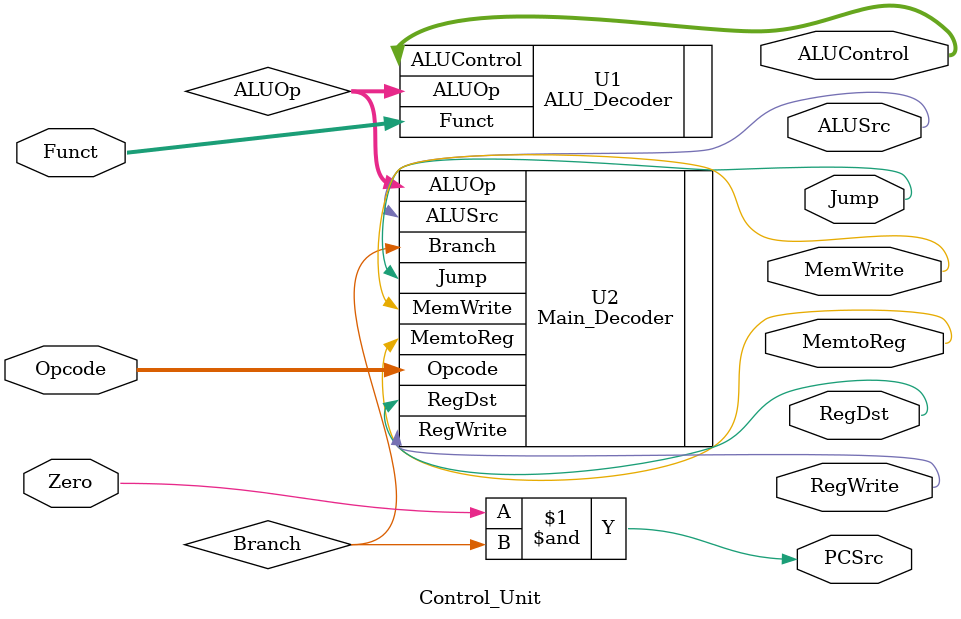
<source format=v>
module Control_Unit (
input wire [5:0] Funct,
input wire [5:0] Opcode,
input wire       Zero,

output wire [2:0] ALUControl,
output wire       Jump,
output wire       PCSrc,
output wire       MemtoReg,
output wire       ALUSrc,
output wire       RegDst,
output wire       RegWrite,
output wire       MemWrite
);

wire [1:0] ALUOp;
wire       Branch;

ALU_Decoder U1 (
.ALUControl(ALUControl),
.ALUOp(ALUOp),
.Funct(Funct)
);

Main_Decoder U2 (
.Jump(Jump),
.MemtoReg(MemtoReg),
.MemWrite(MemWrite),
.Branch(Branch),
.ALUSrc(ALUSrc),
.RegDst(RegDst),
.RegWrite(RegWrite),
.ALUOp(ALUOp),
.Opcode(Opcode)
);

assign PCSrc = Zero & Branch;


endmodule
</source>
